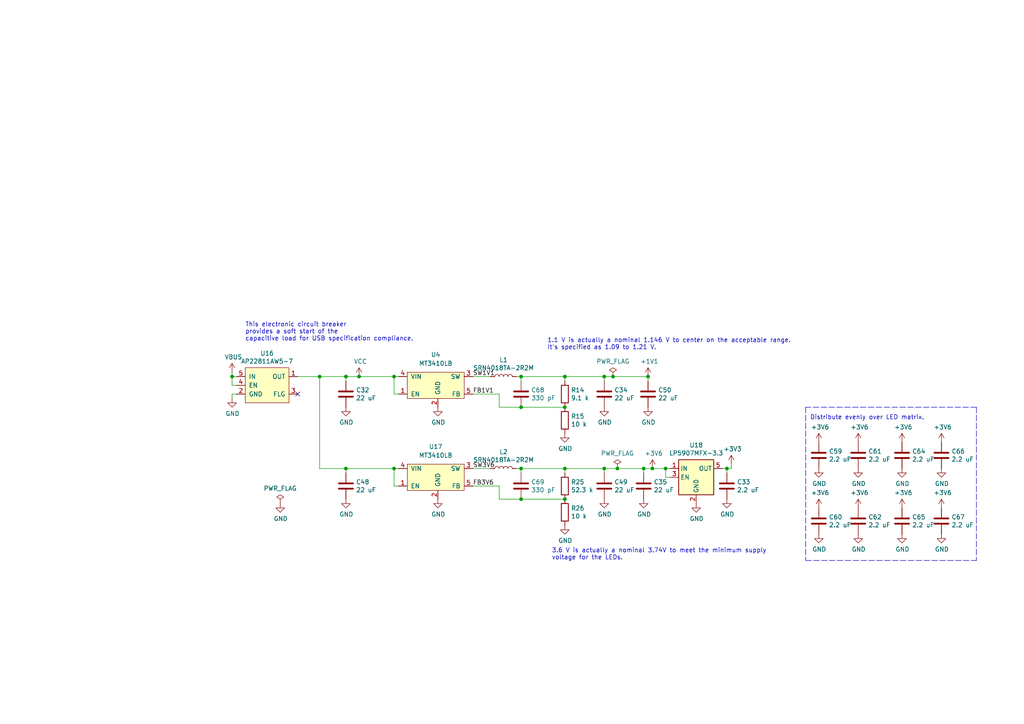
<source format=kicad_sch>
(kicad_sch (version 20211123) (generator eeschema)
  (paper "A4")
  (title_block (title "Launch ISO") (date "2022-08-16") (rev "2.0") (company "System76"))
  (lib_symbols
    (symbol "Device:C" (pin_numbers hide) (pin_names (offset 0.254))
      (property "Reference" "C" (at 0.635 2.54 0))
      (property "Value" "C" (at 0.635 -2.54 0))
      (symbol "C_0_1"
        (polyline (pts (xy -2.032 -0.762) (xy 2.032 -0.762)) (stroke (width 0.508)))
        (polyline (pts (xy -2.032 0.762) (xy 2.032 0.762)) (stroke (width 0.508)))
      )
      (symbol "C_1_1"
        (pin passive line (at 0 3.81 270) (length 2.794) (name "~") (number "1"))
        (pin passive line (at 0 -3.81 90) (length 2.794) (name "~") (number "2"))
      )
    )
    (symbol "Device:L" (pin_numbers hide) (pin_names (offset 1.016) hide)
      (property "Reference" "L" (at -1.27 0 90))
      (property "Value" "L" (at 1.905 0 90))
      (symbol "L_0_1"
        (arc (start 0 -2.54) (mid 0.635 -1.905) (end 0 -1.27))
        (arc (start 0 -1.27) (mid 0.635 -0.635) (end 0 0))
        (arc (start 0 0) (mid 0.635 0.635) (end 0 1.27))
        (arc (start 0 1.27) (mid 0.635 1.905) (end 0 2.54))
      )
      (symbol "L_1_1"
        (pin passive line (at 0 3.81 270) (length 1.27) (name "1") (number "1"))
        (pin passive line (at 0 -3.81 90) (length 1.27) (name "2") (number "2"))
      )
    )
    (symbol "Device:R" (pin_numbers hide) (pin_names (offset 0))
      (property "Reference" "R" (at 2.032 0 90))
      (property "Value" "R" (at 0 0 90))
      (symbol "R_0_1"
        (rectangle (start -1.016 -2.54) (end 1.016 2.54) (stroke (width 0.254)))
      )
      (symbol "R_1_1"
        (pin passive line (at 0 3.81 270) (length 1.27) (name "~") (number "1"))
        (pin passive line (at 0 -3.81 90) (length 1.27) (name "~") (number "2"))
      )
    )
    (symbol "Regulator_Linear:LP5907MFX-3.3"
      (property "Reference" "U" (at -3.81 6.35 0))
      (property "Value" "LP5907MFX-3.3" (at 6.35 6.35 0))
      (symbol "LP5907MFX-3.3_0_1"
        (rectangle (start -5.08 -5.08) (end 5.08 5.08) (stroke (width 0.254)) (fill (type background)))
        (pin power_in line (at -7.62 2.54 0) (length 2.54) (name "IN") (number "1"))
        (pin power_in line (at 0 -7.62 90) (length 2.54) (name "GND") (number "2"))
        (pin input line (at -7.62 0 0) (length 2.54) (name "EN") (number "3"))
        (pin no_connect line (at 5.08 0 180) (length 2.54) hide (name "NC") (number "4"))
        (pin power_out line (at 7.62 2.54 180) (length 2.54) (name "OUT") (number "5"))
      )
    )
    (symbol "launch:+3V6" (power) (pin_names (offset 0))
      (property "Value" "+3V6" (at 0 3.556 0))
      (symbol "+3V6_0_1"
        (polyline (pts (xy -0.762 1.27) (xy 0 2.54)))
        (polyline (pts (xy 0 0) (xy 0 2.54)))
        (polyline (pts (xy 0 2.54) (xy 0.762 1.27)))
      )
      (symbol "+3V6_1_1"
        (pin power_in line (at 0 0 90) (length 0) hide (name "+3V6") (number "1"))
      )
    )
    (symbol "launch:AP22811AW5-7‎" (pin_names (offset 1.016))
      (property "Reference" "U" (at -6.35 8.89 0))
      (property "Value" "AP22811AW5-7‎" (at -6.35 6.35 0))
      (symbol "AP22811AW5-7‎_0_1"
        (rectangle (start 6.35 5.08) (end -6.35 -5.08) (fill (type background)))
      )
      (symbol "AP22811AW5-7‎_1_1"
        (pin power_out line (at 8.89 2.54 180) (length 2.54) (name "OUT") (number "1"))
        (pin power_in line (at -8.89 -2.54 0) (length 2.54) (name "GND") (number "2"))
        (pin open_collector line (at 8.89 -2.54 180) (length 2.54) (name "FLG") (number "3"))
        (pin input line (at -8.89 0 0) (length 2.54) (name "EN") (number "4"))
        (pin power_in line (at -8.89 2.54 0) (length 2.54) (name "IN") (number "5"))
      )
    )
    (symbol "launch:MT3410LB" (pin_names (offset 1.016))
      (property "Reference" "U" (at -8.89 7.62 0))
      (property "Value" "MT3410LB" (at -8.89 5.08 0))
      (symbol "MT3410LB_0_1"
        (rectangle (start 7.62 3.81) (end -8.89 -3.81) (fill (type background)))
      )
      (symbol "MT3410LB_1_1"
        (pin passive line (at -11.43 -2.54 0) (length 2.54) (name "EN") (number "1"))
        (pin power_in line (at 0 -6.35 90) (length 2.54) (name "GND") (number "2"))
        (pin power_out line (at 10.16 2.54 180) (length 2.54) (name "SW") (number "3"))
        (pin power_in line (at -11.43 2.54 0) (length 2.54) (name "VIN") (number "4"))
        (pin passive line (at 10.16 -2.54 180) (length 2.54) (name "FB") (number "5"))
      )
    )
    (symbol "power:+1V1" (power) (pin_names (offset 0))
      (property "Value" "+1V1" (at 0 3.556 0))
      (symbol "+1V1_0_1"
        (polyline (pts (xy -0.762 1.27) (xy 0 2.54)))
        (polyline (pts (xy 0 0) (xy 0 2.54)))
        (polyline (pts (xy 0 2.54) (xy 0.762 1.27)))
      )
      (symbol "+1V1_1_1"
        (pin power_in line (at 0 0 90) (length 0) hide (name "+1V1") (number "1"))
      )
    )
    (symbol "power:+3V3" (power) (pin_names (offset 0))
      (property "Value" "+3V3" (at 0 3.556 0))
      (symbol "+3V3_0_1"
        (polyline (pts (xy -0.762 1.27) (xy 0 2.54)))
        (polyline (pts (xy 0 0) (xy 0 2.54)))
        (polyline (pts (xy 0 2.54) (xy 0.762 1.27)))
      )
      (symbol "+3V3_1_1"
        (pin power_in line (at 0 0 90) (length 0) hide (name "+3V3") (number "1"))
      )
    )
    (symbol "power:GND" (power) (pin_names (offset 0))
      (property "Value" "GND" (at 0 -3.81 0))
      (symbol "GND_0_1"
        (polyline (pts (xy 0 0) (xy 0 -1.27) (xy 1.27 -1.27) (xy 0 -2.54) (xy -1.27 -1.27) (xy 0 -1.27)))
      )
      (symbol "GND_1_1"
        (pin power_in line (at 0 0 270) (length 0) hide (name "GND") (number "1"))
      )
    )
    (symbol "power:PWR_FLAG" (power) (pin_numbers hide) (pin_names (offset 0) hide)
      (property "Value" "PWR_FLAG" (at 0 3.81 0))
      (symbol "PWR_FLAG_0_0"
        (pin power_out line (at 0 0 90) (length 0) (name "pwr") (number "1"))
      )
      (symbol "PWR_FLAG_0_1"
        (polyline (pts (xy 0 0) (xy 0 1.27) (xy -1.016 1.905) (xy 0 2.54) (xy 1.016 1.905) (xy 0 1.27)))
      )
    )
    (symbol "power:VBUS" (power) (pin_names (offset 0))
      (property "Value" "VBUS" (at 0 3.81 0))
      (symbol "VBUS_0_1"
        (polyline (pts (xy -0.762 1.27) (xy 0 2.54)))
        (polyline (pts (xy 0 0) (xy 0 2.54)))
        (polyline (pts (xy 0 2.54) (xy 0.762 1.27)))
      )
      (symbol "VBUS_1_1"
        (pin power_in line (at 0 0 90) (length 0) hide (name "VBUS") (number "1"))
      )
    )
    (symbol "power:VCC" (power) (pin_names (offset 0))
      (property "Value" "VCC" (at 0 3.81 0))
      (symbol "VCC_0_1"
        (polyline (pts (xy -0.762 1.27) (xy 0 2.54)))
        (polyline (pts (xy 0 0) (xy 0 2.54)))
        (polyline (pts (xy 0 2.54) (xy 0.762 1.27)))
      )
      (symbol "VCC_1_1"
        (pin power_in line (at 0 0 90) (length 0) hide (name "VCC") (number "1"))
      )
    )
  )
  (junction (at 100.33 135.89))
  (junction (at 163.83 135.89))
  (junction (at 151.13 118.11))
  (junction (at 193.04 135.89))
  (junction (at 151.13 135.89))
  (junction (at 163.83 109.22))
  (junction (at 175.26 135.89))
  (junction (at 114.3 135.89))
  (junction (at 179.07 135.89))
  (junction (at 186.69 135.89))
  (junction (at 163.83 118.11))
  (junction (at 151.13 109.22))
  (junction (at 104.14 109.22))
  (junction (at 189.23 135.89))
  (junction (at 151.13 144.78))
  (junction (at 92.71 109.22))
  (junction (at 163.83 144.78))
  (junction (at 67.31 109.22))
  (junction (at 100.33 109.22))
  (junction (at 187.96 109.22))
  (junction (at 177.8 109.22))
  (junction (at 210.82 135.89))
  (junction (at 114.3 109.22))
  (junction (at 175.26 109.22))
  (no_connect (at 86.36 114.3))
  (wire (pts (xy 175.26 135.89) (xy 179.07 135.89)))
  (wire (pts (xy 151.13 135.89) (xy 151.13 137.16)))
  (wire (pts (xy 151.13 118.11) (xy 163.83 118.11)))
  (wire (pts (xy 151.13 144.78) (xy 163.83 144.78)))
  (wire (pts (xy 193.04 138.43) (xy 193.04 135.89)))
  (wire (pts (xy 67.31 109.22) (xy 67.31 107.95)))
  (wire (pts (xy 92.71 135.89) (xy 92.71 109.22)))
  (wire (pts (xy 67.31 111.76) (xy 67.31 109.22)))
  (wire (pts (xy 210.82 135.89) (xy 212.09 135.89)))
  (polyline (pts (xy 233.68 162.56) (xy 283.21 162.56)))
  (polyline (pts (xy 283.21 118.11) (xy 233.68 118.11)))
  (wire (pts (xy 100.33 135.89) (xy 100.33 137.16)))
  (wire (pts (xy 151.13 109.22) (xy 163.83 109.22)))
  (wire (pts (xy 210.82 135.89) (xy 210.82 137.16)))
  (wire (pts (xy 149.86 109.22) (xy 151.13 109.22)))
  (wire (pts (xy 144.78 144.78) (xy 144.78 140.97)))
  (wire (pts (xy 114.3 109.22) (xy 115.57 109.22)))
  (wire (pts (xy 100.33 109.22) (xy 100.33 110.49)))
  (wire (pts (xy 177.8 109.22) (xy 187.96 109.22)))
  (wire (pts (xy 212.09 134.62) (xy 212.09 135.89)))
  (wire (pts (xy 100.33 135.89) (xy 114.3 135.89)))
  (wire (pts (xy 163.83 110.49) (xy 163.83 109.22)))
  (wire (pts (xy 67.31 114.3) (xy 68.58 114.3)))
  (wire (pts (xy 179.07 135.89) (xy 186.69 135.89)))
  (wire (pts (xy 175.26 135.89) (xy 175.26 137.16)))
  (wire (pts (xy 151.13 135.89) (xy 163.83 135.89)))
  (wire (pts (xy 193.04 135.89) (xy 194.31 135.89)))
  (wire (pts (xy 114.3 109.22) (xy 114.3 114.3)))
  (wire (pts (xy 187.96 110.49) (xy 187.96 109.22)))
  (wire (pts (xy 86.36 109.22) (xy 92.71 109.22)))
  (polyline (pts (xy 233.68 118.11) (xy 233.68 162.56)))
  (wire (pts (xy 144.78 114.3) (xy 137.16 114.3)))
  (wire (pts (xy 186.69 135.89) (xy 189.23 135.89)))
  (wire (pts (xy 209.55 135.89) (xy 210.82 135.89)))
  (wire (pts (xy 175.26 109.22) (xy 177.8 109.22)))
  (wire (pts (xy 163.83 137.16) (xy 163.83 135.89)))
  (wire (pts (xy 68.58 109.22) (xy 67.31 109.22)))
  (wire (pts (xy 144.78 144.78) (xy 151.13 144.78)))
  (wire (pts (xy 115.57 114.3) (xy 114.3 114.3)))
  (wire (pts (xy 100.33 135.89) (xy 92.71 135.89)))
  (wire (pts (xy 114.3 135.89) (xy 114.3 140.97)))
  (wire (pts (xy 114.3 135.89) (xy 115.57 135.89)))
  (wire (pts (xy 163.83 135.89) (xy 175.26 135.89)))
  (polyline (pts (xy 283.21 118.11) (xy 283.21 162.56)))
  (wire (pts (xy 163.83 109.22) (xy 175.26 109.22)))
  (wire (pts (xy 149.86 135.89) (xy 151.13 135.89)))
  (wire (pts (xy 100.33 109.22) (xy 104.14 109.22)))
  (wire (pts (xy 104.14 109.22) (xy 114.3 109.22)))
  (wire (pts (xy 194.31 138.43) (xy 193.04 138.43)))
  (wire (pts (xy 92.71 109.22) (xy 100.33 109.22)))
  (wire (pts (xy 175.26 109.22) (xy 175.26 110.49)))
  (wire (pts (xy 115.57 140.97) (xy 114.3 140.97)))
  (wire (pts (xy 67.31 115.57) (xy 67.31 114.3)))
  (wire (pts (xy 142.24 135.89) (xy 137.16 135.89)))
  (wire (pts (xy 186.69 137.16) (xy 186.69 135.89)))
  (wire (pts (xy 151.13 109.22) (xy 151.13 110.49)))
  (wire (pts (xy 144.78 140.97) (xy 137.16 140.97)))
  (wire (pts (xy 68.58 111.76) (xy 67.31 111.76)))
  (wire (pts (xy 144.78 118.11) (xy 144.78 114.3)))
  (wire (pts (xy 189.23 135.89) (xy 193.04 135.89)))
  (wire (pts (xy 142.24 109.22) (xy 137.16 109.22)))
  (wire (pts (xy 144.78 118.11) (xy 151.13 118.11)))
  (text "This electronic circuit breaker\nprovides a soft start of the\ncapacitive load for USB specification compliance." (at 71.12 99.06 0) (effects (font (size 1.27 1.27)) (justify left bottom)))
  (text "3.6 V is actually a nominal 3.74V to meet the minimum supply\nvoltage for the LEDs." (at 160.02 162.56 0) (effects (font (size 1.27 1.27)) (justify left bottom)))
  (text "1.1 V is actually a nominal 1.146 V to center on the acceptable range.\nIt's specified as 1.09 to 1.21 V." (at 158.75 101.6 0) (effects (font (size 1.27 1.27)) (justify left bottom)))
  (text "Distribute evenly over LED matrix." (at 234.95 121.92 0) (effects (font (size 1.27 1.27)) (justify left bottom)))
  (label "FB1V1" (at 137.16 114.3 0))
  (label "SW3V6" (at 137.16 135.89 0))
  (label "FB3V6" (at 137.16 140.97 0))
  (label "SW1V1" (at 137.16 109.22 0))
  (symbol (lib_id "launch:+3V6") (at 189.23 135.89 0) (unit 1)
    (property "Reference" "#PWR0283" (effects hide))
    (property "Value" "+3V6" (at 189.611 131.4958 0))
  )
  (symbol (lib_id "Device:C") (at 237.49 132.08 0) (unit 1)
    (property "Reference" "C59" (at 240.411 130.9116 0) (effects (justify left)))
    (property "Value" "2.2 uF" (at 240.411 133.223 0) (effects (justify left)))
    (property "Footprint" "Capacitor_SMD:C_0603_1608Metric" (effects hide))
    (property "Manufacturer" "Generic X5R capacitor" (effects hide))
  )
  (symbol (lib_id "Device:C") (at 248.92 132.08 0) (unit 1)
    (property "Reference" "C61" (at 251.841 130.9116 0) (effects (justify left)))
    (property "Value" "2.2 uF" (at 251.841 133.223 0) (effects (justify left)))
    (property "Footprint" "Capacitor_SMD:C_0603_1608Metric" (effects hide))
    (property "Manufacturer" "Generic X5R capacitor" (effects hide))
  )
  (symbol (lib_id "Device:C") (at 261.62 132.08 0) (unit 1)
    (property "Reference" "C64" (at 264.541 130.9116 0) (effects (justify left)))
    (property "Value" "2.2 uF" (at 264.541 133.223 0) (effects (justify left)))
    (property "Footprint" "Capacitor_SMD:C_0603_1608Metric" (effects hide))
    (property "Manufacturer" "Generic X5R capacitor" (effects hide))
  )
  (symbol (lib_id "Device:C") (at 273.05 132.08 0) (unit 1)
    (property "Reference" "C66" (at 275.971 130.9116 0) (effects (justify left)))
    (property "Value" "2.2 uF" (at 275.971 133.223 0) (effects (justify left)))
    (property "Footprint" "Capacitor_SMD:C_0603_1608Metric" (effects hide))
    (property "Manufacturer" "Generic X5R capacitor" (effects hide))
  )
  (symbol (lib_id "power:GND") (at 237.49 154.94 0) (unit 1)
    (property "Reference" "#PWR0265" (effects hide))
    (property "Value" "GND" (at 237.617 159.3342 0))
  )
  (symbol (lib_id "launch:+3V6") (at 237.49 147.32 0) (unit 1)
    (property "Reference" "#PWR0356" (effects hide))
    (property "Value" "+3V6" (at 237.871 142.9258 0))
  )
  (symbol (lib_id "power:GND") (at 248.92 154.94 0) (unit 1)
    (property "Reference" "#PWR0357" (effects hide))
    (property "Value" "GND" (at 249.047 159.3342 0))
  )
  (symbol (lib_id "launch:+3V6") (at 248.92 147.32 0) (unit 1)
    (property "Reference" "#PWR0358" (effects hide))
    (property "Value" "+3V6" (at 249.301 142.9258 0))
  )
  (symbol (lib_id "power:GND") (at 261.62 154.94 0) (unit 1)
    (property "Reference" "#PWR0359" (effects hide))
    (property "Value" "GND" (at 261.747 159.3342 0))
  )
  (symbol (lib_id "launch:+3V6") (at 261.62 147.32 0) (unit 1)
    (property "Reference" "#PWR0360" (effects hide))
    (property "Value" "+3V6" (at 262.001 142.9258 0))
  )
  (symbol (lib_id "power:GND") (at 273.05 154.94 0) (unit 1)
    (property "Reference" "#PWR0361" (effects hide))
    (property "Value" "GND" (at 273.177 159.3342 0))
  )
  (symbol (lib_id "launch:+3V6") (at 273.05 147.32 0) (unit 1)
    (property "Reference" "#PWR0362" (effects hide))
    (property "Value" "+3V6" (at 273.431 142.9258 0))
  )
  (symbol (lib_id "Device:C") (at 237.49 151.13 0) (unit 1)
    (property "Reference" "C60" (at 240.411 149.9616 0) (effects (justify left)))
    (property "Value" "2.2 uF" (at 240.411 152.273 0) (effects (justify left)))
    (property "Footprint" "Capacitor_SMD:C_0603_1608Metric" (effects hide))
    (property "Manufacturer" "Generic X5R capacitor" (effects hide))
  )
  (symbol (lib_id "Device:C") (at 248.92 151.13 0) (unit 1)
    (property "Reference" "C62" (at 251.841 149.9616 0) (effects (justify left)))
    (property "Value" "2.2 uF" (at 251.841 152.273 0) (effects (justify left)))
    (property "Footprint" "Capacitor_SMD:C_0603_1608Metric" (effects hide))
    (property "Manufacturer" "Generic X5R capacitor" (effects hide))
  )
  (symbol (lib_id "Device:C") (at 261.62 151.13 0) (unit 1)
    (property "Reference" "C65" (at 264.541 149.9616 0) (effects (justify left)))
    (property "Value" "2.2 uF" (at 264.541 152.273 0) (effects (justify left)))
    (property "Footprint" "Capacitor_SMD:C_0603_1608Metric" (effects hide))
    (property "Manufacturer" "Generic X5R capacitor" (effects hide))
  )
  (symbol (lib_id "Device:C") (at 273.05 151.13 0) (unit 1)
    (property "Reference" "C67" (at 275.971 149.9616 0) (effects (justify left)))
    (property "Value" "2.2 uF" (at 275.971 152.273 0) (effects (justify left)))
    (property "Footprint" "Capacitor_SMD:C_0603_1608Metric" (effects hide))
    (property "Manufacturer" "Generic X5R capacitor" (effects hide))
  )
  (symbol (lib_id "power:+1V1") (at 187.96 109.22 0) (unit 1)
    (property "Reference" "#PWR0249" (effects hide))
    (property "Value" "+1V1" (at 188.341 104.8258 0))
  )
  (symbol (lib_id "Device:L") (at 146.05 109.22 90) (unit 1)
    (property "Reference" "L1" (at 146.05 104.394 90))
    (property "Value" "SRN4018TA-2R2M" (at 146.05 106.7054 90))
    (property "Footprint" "Inductor_SMD:L_Bourns-SRN4018" (effects hide))
    (property "Manufacturer" "Bourns" (effects hide))
  )
  (symbol (lib_id "Device:C") (at 175.26 114.3 0) (unit 1)
    (property "Reference" "C34" (at 178.181 113.1316 0) (effects (justify left)))
    (property "Value" "22 uF" (at 178.181 115.443 0) (effects (justify left)))
    (property "Footprint" "Capacitor_SMD:C_0805_2012Metric" (effects hide))
    (property "Manufacturer" "Generic X5R capacitor" (effects hide))
  )
  (symbol (lib_id "power:GND") (at 175.26 118.11 0) (unit 1)
    (property "Reference" "#PWR0250" (effects hide))
    (property "Value" "GND" (at 175.387 122.5042 0))
  )
  (symbol (lib_id "power:VBUS") (at 67.31 107.95 0) (unit 1)
    (property "Reference" "#PWR0252" (effects hide))
    (property "Value" "VBUS" (at 67.691 103.5558 0))
  )
  (symbol (lib_id "Device:C") (at 100.33 114.3 0) (unit 1)
    (property "Reference" "C32" (at 103.251 113.1316 0) (effects (justify left)))
    (property "Value" "22 uF" (at 103.251 115.443 0) (effects (justify left)))
    (property "Footprint" "Capacitor_SMD:C_0805_2012Metric" (effects hide))
    (property "Manufacturer" "Generic X5R capacitor" (effects hide))
  )
  (symbol (lib_id "power:GND") (at 100.33 118.11 0) (unit 1)
    (property "Reference" "#PWR0253" (effects hide))
    (property "Value" "GND" (at 100.457 122.5042 0))
  )
  (symbol (lib_id "launch:AP22811AW5-7‎") (at 77.47 111.76 0) (unit 1)
    (property "Reference" "U16" (at 77.47 102.489 0))
    (property "Value" "AP22811AW5-7‎" (at 77.47 104.8004 0))
    (property "Footprint" "launch:SOT-23-5" (effects hide))
    (property "Datasheet" "${KIPRJMOD}/docs/AP22811.pdf" (effects hide))
    (property "Manufacturer" "Diodes Inc." (effects hide))
  )
  (symbol (lib_id "power:GND") (at 67.31 115.57 0) (unit 1)
    (property "Reference" "#PWR0254" (effects hide))
    (property "Value" "GND" (at 67.437 119.9642 0))
  )
  (symbol (lib_id "Regulator_Linear:LP5907MFX-3.3") (at 201.93 138.43 0) (unit 1)
    (property "Reference" "U18" (at 201.93 129.1082 0))
    (property "Value" "LP5907MFX-3.3" (at 201.93 131.4196 0))
    (property "Footprint" "Package_TO_SOT_SMD:SOT-23-5" (effects hide))
    (property "Datasheet" "http://www.ti.com/lit/ds/symlink/lp5907.pdf" (effects hide))
    (property "Manufacturer" "Texas Instruments" (effects hide))
  )
  (symbol (lib_id "power:GND") (at 201.93 146.05 0) (unit 1)
    (property "Reference" "#PWR0255" (effects hide))
    (property "Value" "GND" (at 202.057 150.4442 0))
  )
  (symbol (lib_id "Device:C") (at 210.82 140.97 0) (unit 1)
    (property "Reference" "C33" (at 213.741 139.8016 0) (effects (justify left)))
    (property "Value" "2.2 uF" (at 213.741 142.113 0) (effects (justify left)))
    (property "Footprint" "Capacitor_SMD:C_0603_1608Metric" (effects hide))
    (property "Manufacturer" "Generic X5R capacitor" (effects hide))
  )
  (symbol (lib_id "power:GND") (at 210.82 144.78 0) (unit 1)
    (property "Reference" "#PWR0256" (effects hide))
    (property "Value" "GND" (at 210.947 149.1742 0))
  )
  (symbol (lib_id "power:+3V3") (at 212.09 134.62 0) (unit 1)
    (property "Reference" "#PWR0257" (effects hide))
    (property "Value" "+3V3" (at 212.471 130.2258 0))
  )
  (symbol (lib_id "Device:R") (at 163.83 114.3 0) (unit 1)
    (property "Reference" "R14" (at 165.608 113.1316 0) (effects (justify left)))
    (property "Value" "9.1 k" (at 165.608 115.443 0) (effects (justify left)))
    (property "Footprint" "launch:R_0402_1005Metric" (effects hide))
    (property "Manufacturer" "Generic 1% resistor" (effects hide))
  )
  (symbol (lib_id "Device:R") (at 163.83 121.92 0) (unit 1)
    (property "Reference" "R15" (at 165.608 120.7516 0) (effects (justify left)))
    (property "Value" "10 k" (at 165.608 123.063 0) (effects (justify left)))
    (property "Footprint" "launch:R_0402_1005Metric" (effects hide))
    (property "Manufacturer" "Generic 1% resistor" (effects hide))
  )
  (symbol (lib_id "power:GND") (at 163.83 125.73 0) (unit 1)
    (property "Reference" "#PWR0258" (effects hide))
    (property "Value" "GND" (at 163.957 130.1242 0))
  )
  (symbol (lib_id "power:GND") (at 237.49 135.89 0) (unit 1)
    (property "Reference" "#PWR0348" (effects hide))
    (property "Value" "GND" (at 237.617 140.2842 0))
  )
  (symbol (lib_id "launch:+3V6") (at 237.49 128.27 0) (unit 1)
    (property "Reference" "#PWR0349" (effects hide))
    (property "Value" "+3V6" (at 237.871 123.8758 0))
  )
  (symbol (lib_id "power:GND") (at 248.92 135.89 0) (unit 1)
    (property "Reference" "#PWR0350" (effects hide))
    (property "Value" "GND" (at 249.047 140.2842 0))
  )
  (symbol (lib_id "launch:+3V6") (at 248.92 128.27 0) (unit 1)
    (property "Reference" "#PWR0351" (effects hide))
    (property "Value" "+3V6" (at 249.301 123.8758 0))
  )
  (symbol (lib_id "power:GND") (at 261.62 135.89 0) (unit 1)
    (property "Reference" "#PWR0352" (effects hide))
    (property "Value" "GND" (at 261.747 140.2842 0))
  )
  (symbol (lib_id "launch:+3V6") (at 261.62 128.27 0) (unit 1)
    (property "Reference" "#PWR0353" (effects hide))
    (property "Value" "+3V6" (at 262.001 123.8758 0))
  )
  (symbol (lib_id "power:GND") (at 273.05 135.89 0) (unit 1)
    (property "Reference" "#PWR0354" (effects hide))
    (property "Value" "GND" (at 273.177 140.2842 0))
  )
  (symbol (lib_id "launch:+3V6") (at 273.05 128.27 0) (unit 1)
    (property "Reference" "#PWR0355" (effects hide))
    (property "Value" "+3V6" (at 273.431 123.8758 0))
  )
  (symbol (lib_id "power:VCC") (at 104.14 109.22 0) (unit 1)
    (property "Reference" "#PWR0278" (effects hide))
    (property "Value" "VCC" (at 104.521 104.8258 0))
  )
  (symbol (lib_id "power:PWR_FLAG") (at 177.8 109.22 0) (unit 1)
    (property "Reference" "#FLG0101" (effects hide))
    (property "Value" "PWR_FLAG" (at 177.8 104.8258 0))
  )
  (symbol (lib_id "power:PWR_FLAG") (at 179.07 135.89 0) (unit 1)
    (property "Reference" "#FLG0102" (effects hide))
    (property "Value" "PWR_FLAG" (at 179.07 131.4958 0))
  )
  (symbol (lib_id "power:PWR_FLAG") (at 81.28 146.05 0) (unit 1)
    (property "Reference" "#FLG0103" (effects hide))
    (property "Value" "PWR_FLAG" (at 81.28 141.6558 0))
  )
  (symbol (lib_id "power:GND") (at 81.28 146.05 0) (unit 1)
    (property "Reference" "#PWR0347" (effects hide))
    (property "Value" "GND" (at 81.407 150.4442 0))
  )
  (symbol (lib_id "Device:L") (at 146.05 135.89 90) (unit 1)
    (property "Reference" "L2" (at 146.05 131.064 90))
    (property "Value" "SRN4018TA-2R2M" (at 146.05 133.3754 90))
    (property "Footprint" "Inductor_SMD:L_Bourns-SRN4018" (effects hide))
    (property "Manufacturer" "Bourns" (effects hide))
  )
  (symbol (lib_id "Device:C") (at 175.26 140.97 0) (unit 1)
    (property "Reference" "C49" (at 178.181 139.8016 0) (effects (justify left)))
    (property "Value" "22 uF" (at 178.181 142.113 0) (effects (justify left)))
    (property "Footprint" "Capacitor_SMD:C_0805_2012Metric" (effects hide))
    (property "Manufacturer" "Generic X5R capacitor" (effects hide))
  )
  (symbol (lib_id "power:GND") (at 175.26 144.78 0) (unit 1)
    (property "Reference" "#PWR0199" (effects hide))
    (property "Value" "GND" (at 175.387 149.1742 0))
  )
  (symbol (lib_id "Device:R") (at 163.83 140.97 0) (unit 1)
    (property "Reference" "R25" (at 165.608 139.8016 0) (effects (justify left)))
    (property "Value" "52.3 k" (at 165.608 142.113 0) (effects (justify left)))
    (property "Footprint" "launch:R_0402_1005Metric" (effects hide))
    (property "Manufacturer" "Generic 1% resistor" (effects hide))
  )
  (symbol (lib_id "Device:R") (at 163.83 148.59 0) (unit 1)
    (property "Reference" "R26" (at 165.608 147.4216 0) (effects (justify left)))
    (property "Value" "10 k" (at 165.608 149.733 0) (effects (justify left)))
    (property "Footprint" "launch:R_0402_1005Metric" (effects hide))
    (property "Manufacturer" "Generic 1% resistor" (effects hide))
  )
  (symbol (lib_id "power:GND") (at 163.83 152.4 0) (unit 1)
    (property "Reference" "#PWR0281" (effects hide))
    (property "Value" "GND" (at 163.957 156.7942 0))
  )
  (symbol (lib_id "Device:C") (at 100.33 140.97 0) (unit 1)
    (property "Reference" "C48" (at 103.251 139.8016 0) (effects (justify left)))
    (property "Value" "22 uF" (at 103.251 142.113 0) (effects (justify left)))
    (property "Footprint" "Capacitor_SMD:C_0805_2012Metric" (effects hide))
    (property "Manufacturer" "Generic X5R capacitor" (effects hide))
  )
  (symbol (lib_id "power:GND") (at 100.33 144.78 0) (unit 1)
    (property "Reference" "#PWR0282" (effects hide))
    (property "Value" "GND" (at 100.457 149.1742 0))
  )
  (symbol (lib_id "Device:C") (at 151.13 114.3 0) (unit 1)
    (property "Reference" "C68" (at 154.051 113.1316 0) (effects (justify left)))
    (property "Value" "330 pF" (at 154.051 115.443 0) (effects (justify left)))
    (property "Footprint" "launch:C_0402_1005Metric" (effects hide))
    (property "Manufacturer" "Generic NP0 capacitor" (effects hide))
  )
  (symbol (lib_id "Device:C") (at 151.13 140.97 0) (unit 1)
    (property "Reference" "C69" (at 154.051 139.8016 0) (effects (justify left)))
    (property "Value" "330 pF" (at 154.051 142.113 0) (effects (justify left)))
    (property "Footprint" "launch:C_0402_1005Metric" (effects hide))
    (property "Manufacturer" "Generic NP0 capacitor" (effects hide))
  )
  (symbol (lib_id "power:GND") (at 127 118.11 0) (unit 1)
    (property "Reference" "#PWR0251" (effects hide))
    (property "Value" "GND" (at 127.127 122.5042 0))
  )
  (symbol (lib_id "Device:C") (at 187.96 114.3 0) (unit 1)
    (property "Reference" "C50" (at 190.881 113.1316 0) (effects (justify left)))
    (property "Value" "22 uF" (at 190.881 115.443 0) (effects (justify left)))
    (property "Footprint" "Capacitor_SMD:C_0805_2012Metric" (effects hide))
    (property "Manufacturer" "Generic X5R capacitor" (effects hide))
  )
  (symbol (lib_id "power:GND") (at 187.96 118.11 0) (unit 1)
    (property "Reference" "#PWR0373" (effects hide))
    (property "Value" "GND" (at 188.087 122.5042 0))
  )
  (symbol (lib_id "Device:C") (at 186.69 140.97 0) (unit 1)
    (property "Reference" "C35" (at 189.611 139.8016 0) (effects (justify left)))
    (property "Value" "22 uF" (at 189.611 142.113 0) (effects (justify left)))
    (property "Footprint" "Capacitor_SMD:C_0805_2012Metric" (effects hide))
    (property "Manufacturer" "Generic X5R capacitor" (effects hide))
  )
  (symbol (lib_id "power:GND") (at 186.69 144.78 0) (unit 1)
    (property "Reference" "#PWR0374" (effects hide))
    (property "Value" "GND" (at 186.817 149.1742 0))
  )
  (symbol (lib_id "launch:MT3410LB") (at 127 138.43 0) (unit 1)
    (property "Reference" "U17" (at 126.365 129.54 0))
    (property "Value" "MT3410LB" (at 126.365 132.08 0))
    (property "Footprint" "kicad_pcb:SOT-23-5" (effects hide))
    (property "Datasheet" "https://datasheet.lcsc.com/lcsc/2012102241_XI-AN-Aerosemi-Tech-MT3410LB_C883494.pdf" (effects hide))
    (property "Manufacturer" "Aerosemi" (effects hide))
  )
  (symbol (lib_id "launch:MT3410LB") (at 127 111.76 0) (unit 1)
    (property "Reference" "U4" (at 126.365 102.87 0))
    (property "Value" "MT3410LB" (at 126.365 105.41 0))
    (property "Footprint" "kicad_pcb:SOT-23-5" (effects hide))
    (property "Datasheet" "https://datasheet.lcsc.com/lcsc/2012102241_XI-AN-Aerosemi-Tech-MT3410LB_C883494.pdf" (effects hide))
    (property "Manufacturer" "Aerosemi" (effects hide))
  )
  (symbol (lib_id "power:GND") (at 127 144.78 0) (unit 1)
    (property "Reference" "#PWR0198" (effects hide))
    (property "Value" "GND" (at 127.127 149.1742 0))
  )
)
</source>
